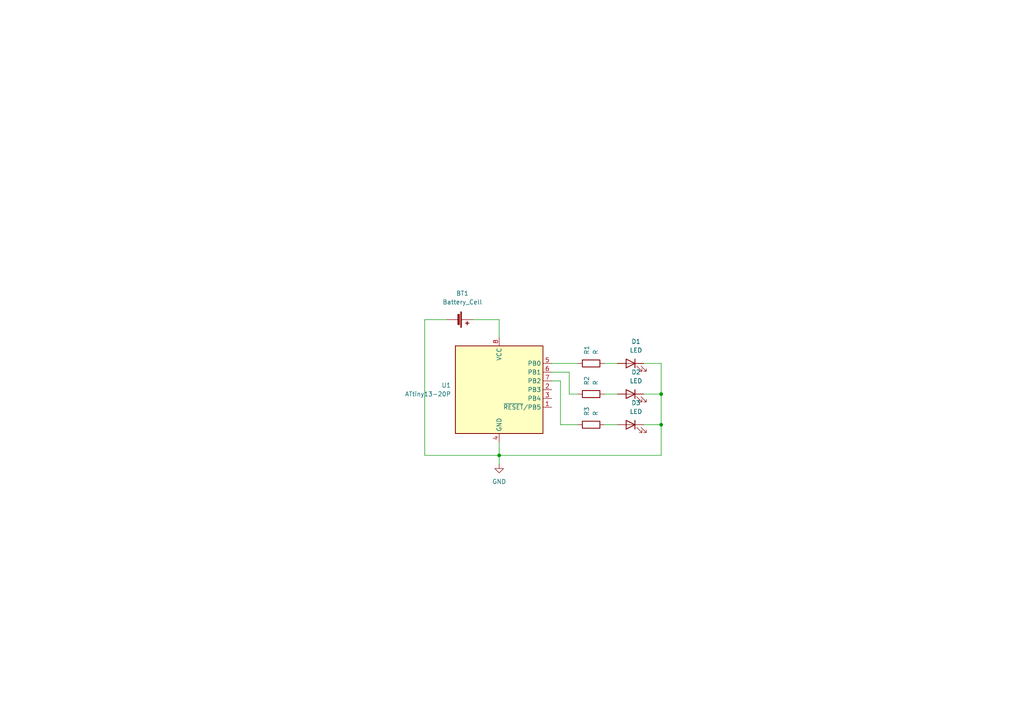
<source format=kicad_sch>
(kicad_sch (version 20211123) (generator eeschema)
  (paper "A4")
  (lib_symbols
    (symbol "Device:Battery_Cell" (pin_numbers hide) (pin_names (offset 0) hide)
      (property "Reference" "BT" (at 2.54 2.54 0))
      (property "Value" "Battery_Cell" (at 2.54 0 0))
      (symbol "Battery_Cell_0_1"
        (rectangle (start -2.286 1.778) (end 2.286 1.524) (fill (type outline)))
        (rectangle (start -1.5748 1.1938) (end 1.4732 0.6858) (fill (type outline)))
        (polyline (pts (xy 0 0.762) (xy 0 0)))
        (polyline (pts (xy 0 1.778) (xy 0 2.54)))
        (polyline (pts (xy 0.508 3.429) (xy 1.524 3.429)) (stroke (width 0.254)))
        (polyline (pts (xy 1.016 3.937) (xy 1.016 2.921)) (stroke (width 0.254)))
      )
      (symbol "Battery_Cell_1_1"
        (pin passive line (at 0 5.08 270) (length 2.54) (name "+") (number "1"))
        (pin passive line (at 0 -2.54 90) (length 2.54) (name "-") (number "2"))
      )
    )
    (symbol "Device:LED" (pin_numbers hide) (pin_names (offset 1.016) hide)
      (property "Reference" "D" (at 0 2.54 0))
      (property "Value" "LED" (at 0 -2.54 0))
      (symbol "LED_0_1"
        (polyline (pts (xy -1.27 -1.27) (xy -1.27 1.27)) (stroke (width 0.254)))
        (polyline (pts (xy -1.27 0) (xy 1.27 0)))
        (polyline (pts (xy 1.27 -1.27) (xy 1.27 1.27) (xy -1.27 0) (xy 1.27 -1.27)) (stroke (width 0.254)))
        (polyline (pts (xy -3.048 -0.762) (xy -4.572 -2.286) (xy -3.81 -2.286) (xy -4.572 -2.286) (xy -4.572 -1.524)))
        (polyline (pts (xy -1.778 -0.762) (xy -3.302 -2.286) (xy -2.54 -2.286) (xy -3.302 -2.286) (xy -3.302 -1.524)))
      )
      (symbol "LED_1_1"
        (pin passive line (at -3.81 0 0) (length 2.54) (name "K") (number "1"))
        (pin passive line (at 3.81 0 180) (length 2.54) (name "A") (number "2"))
      )
    )
    (symbol "Device:R" (pin_numbers hide) (pin_names (offset 0))
      (property "Reference" "R" (at 2.032 0 90))
      (property "Value" "R" (at 0 0 90))
      (symbol "R_0_1"
        (rectangle (start -1.016 -2.54) (end 1.016 2.54) (stroke (width 0.254)))
      )
      (symbol "R_1_1"
        (pin passive line (at 0 3.81 270) (length 1.27) (name "~") (number "1"))
        (pin passive line (at 0 -3.81 90) (length 1.27) (name "~") (number "2"))
      )
    )
    (symbol "MCU_Microchip_ATtiny:ATtiny13-20P"
      (property "Reference" "U" (at -12.7 13.97 0))
      (property "Value" "ATtiny13-20P" (at 2.54 -13.97 0))
      (symbol "ATtiny13-20P_0_1"
        (rectangle (start -12.7 -12.7) (end 12.7 12.7) (stroke (width 0.254)) (fill (type background)))
      )
      (symbol "ATtiny13-20P_1_1"
        (pin bidirectional line (at 15.24 -5.08 180) (length 2.54) (name "~{RESET}/PB5") (number "1"))
        (pin bidirectional line (at 15.24 0 180) (length 2.54) (name "PB3") (number "2"))
        (pin bidirectional line (at 15.24 -2.54 180) (length 2.54) (name "PB4") (number "3"))
        (pin power_in line (at 0 -15.24 90) (length 2.54) (name "GND") (number "4"))
        (pin bidirectional line (at 15.24 7.62 180) (length 2.54) (name "PB0") (number "5"))
        (pin bidirectional line (at 15.24 5.08 180) (length 2.54) (name "PB1") (number "6"))
        (pin bidirectional line (at 15.24 2.54 180) (length 2.54) (name "PB2") (number "7"))
        (pin power_in line (at 0 15.24 270) (length 2.54) (name "VCC") (number "8"))
      )
    )
    (symbol "power:GND" (power) (pin_names (offset 0))
      (property "Value" "GND" (at 0 -3.81 0))
      (symbol "GND_0_1"
        (polyline (pts (xy 0 0) (xy 0 -1.27) (xy 1.27 -1.27) (xy 0 -2.54) (xy -1.27 -1.27) (xy 0 -1.27)))
      )
      (symbol "GND_1_1"
        (pin power_in line (at 0 0 270) (length 0) hide (name "GND") (number "1"))
      )
    )
  )
  (junction (at 191.77 123.19))
  (junction (at 191.77 114.3))
  (junction (at 144.78 132.08))
  (wire (pts (xy 123.19 132.08) (xy 123.19 92.71)))
  (wire (pts (xy 144.78 132.08) (xy 123.19 132.08)))
  (wire (pts (xy 160.02 107.95) (xy 165.1 107.95)))
  (wire (pts (xy 186.69 123.19) (xy 191.77 123.19)))
  (wire (pts (xy 137.16 92.71) (xy 144.78 92.71)))
  (wire (pts (xy 160.02 110.49) (xy 162.56 110.49)))
  (wire (pts (xy 186.69 114.3) (xy 191.77 114.3)))
  (wire (pts (xy 175.26 114.3) (xy 179.07 114.3)))
  (wire (pts (xy 162.56 123.19) (xy 167.64 123.19)))
  (wire (pts (xy 175.26 105.41) (xy 179.07 105.41)))
  (wire (pts (xy 160.02 105.41) (xy 167.64 105.41)))
  (wire (pts (xy 144.78 132.08) (xy 191.77 132.08)))
  (wire (pts (xy 123.19 92.71) (xy 129.54 92.71)))
  (wire (pts (xy 175.26 123.19) (xy 179.07 123.19)))
  (wire (pts (xy 191.77 123.19) (xy 191.77 132.08)))
  (wire (pts (xy 165.1 114.3) (xy 167.64 114.3)))
  (wire (pts (xy 191.77 105.41) (xy 191.77 114.3)))
  (wire (pts (xy 191.77 114.3) (xy 191.77 123.19)))
  (wire (pts (xy 144.78 132.08) (xy 144.78 134.62)))
  (wire (pts (xy 144.78 92.71) (xy 144.78 97.79)))
  (wire (pts (xy 186.69 105.41) (xy 191.77 105.41)))
  (wire (pts (xy 162.56 110.49) (xy 162.56 123.19)))
  (wire (pts (xy 165.1 107.95) (xy 165.1 114.3)))
  (wire (pts (xy 144.78 128.27) (xy 144.78 132.08)))
  (symbol (lib_id "Device:R") (at 171.45 123.19 90) (unit 1)
    (property "Reference" "R3" (at 170.1799 120.65 0) (effects (justify left)))
    (property "Value" "R" (at 172.7199 120.65 0) (effects (justify left)))
    (property "Footprint" "Resistor_SMD:R_2010_5025Metric" (effects hide))
  )
  (symbol (lib_id "Device:R") (at 171.45 105.41 90) (unit 1)
    (property "Reference" "R1" (at 170.18 102.87 0) (effects (justify left)))
    (property "Value" "R" (at 172.72 102.87 0) (effects (justify left)))
    (property "Footprint" "Resistor_SMD:R_2010_5025Metric" (effects hide))
  )
  (symbol (lib_id "Device:LED") (at 182.88 114.3 0) (mirror y) (unit 1)
    (property "Reference" "D2" (at 184.4675 107.95 0))
    (property "Value" "LED" (at 184.4675 110.49 0))
    (property "Footprint" "LED_THT:LED_D5.0mm" (effects hide))
  )
  (symbol (lib_id "power:GND") (at 144.78 134.62 0) (unit 1)
    (property "Reference" "#PWR0101" (effects hide))
    (property "Value" "GND" (at 144.78 139.7 0))
  )
  (symbol (lib_id "Device:R") (at 171.45 114.3 90) (unit 1)
    (property "Reference" "R2" (at 170.1799 111.76 0) (effects (justify left)))
    (property "Value" "R" (at 172.7199 111.76 0) (effects (justify left)))
    (property "Footprint" "Resistor_SMD:R_2010_5025Metric" (effects hide))
  )
  (symbol (lib_id "Device:Battery_Cell") (at 132.08 92.71 270) (unit 1)
    (property "Reference" "BT1" (at 134.112 85.09 90))
    (property "Value" "Battery_Cell" (at 134.112 87.63 90))
    (property "Footprint" "Battery:BatteryHolder_Keystone_103_1x20mm" (effects hide))
  )
  (symbol (lib_id "Device:LED") (at 182.88 105.41 0) (mirror y) (unit 1)
    (property "Reference" "D1" (at 184.4675 99.06 0))
    (property "Value" "LED" (at 184.4675 101.6 0))
    (property "Footprint" "LED_THT:LED_D5.0mm" (effects hide))
  )
  (symbol (lib_id "Device:LED") (at 182.88 123.19 0) (mirror y) (unit 1)
    (property "Reference" "D3" (at 184.4675 116.84 0))
    (property "Value" "LED" (at 184.4675 119.38 0))
    (property "Footprint" "LED_THT:LED_D5.0mm" (effects hide))
  )
  (symbol (lib_id "MCU_Microchip_ATtiny:ATtiny13-20P") (at 144.78 113.03 0) (unit 1)
    (property "Reference" "U1" (at 130.81 111.7599 0) (effects (justify right)))
    (property "Value" "ATtiny13-20P" (at 130.81 114.2999 0) (effects (justify right)))
    (property "Footprint" "Package_DIP:DIP-8_W7.62mm" (effects hide))
    (property "Datasheet" "http://ww1.microchip.com/downloads/en/DeviceDoc/doc2535.pdf" (effects hide))
  )
)
</source>
